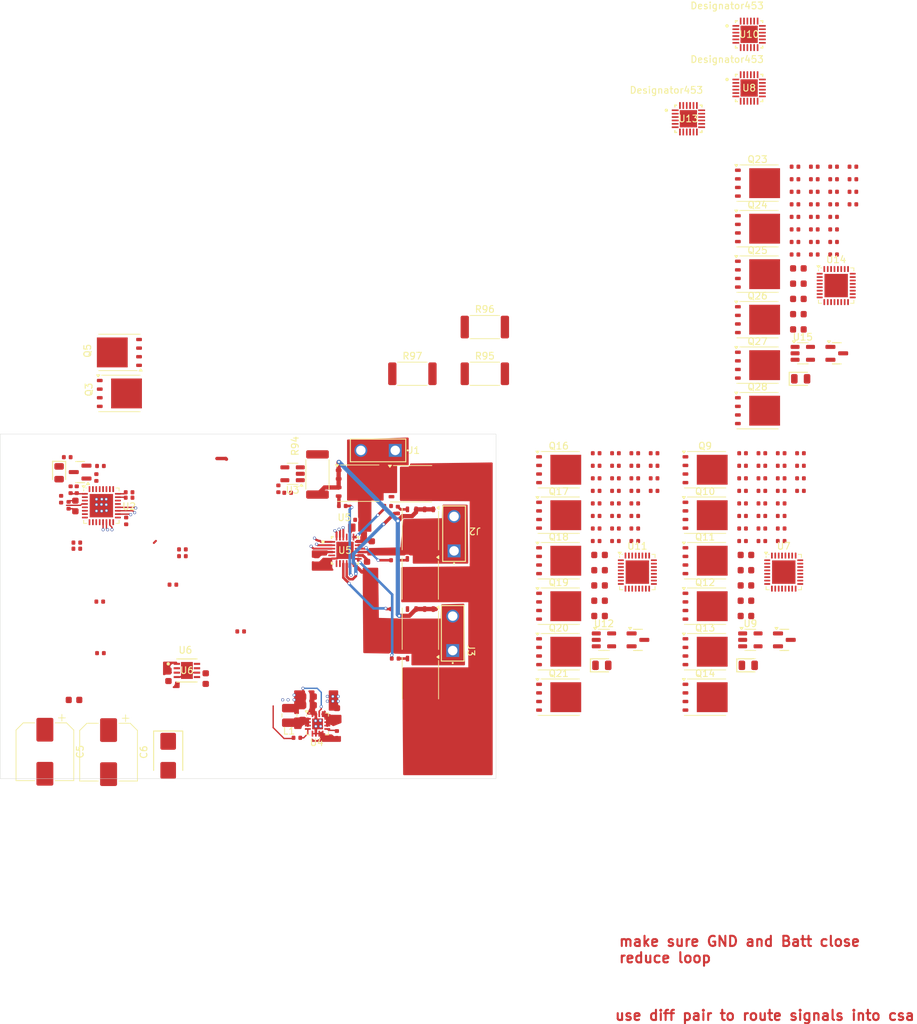
<source format=kicad_pcb>
(kicad_pcb (version 20241229) (generator "pcbnew") (generator_version "9.0")
  (layers (0 "F.Cu" signal) (4 "In1.Cu" signal) (6 "In2.Cu" signal) (2 "B.Cu" signal) (13 "F.Paste" user) (15 "B.Paste" user) (5 "F.SilkS" user "F.Silkscreen") (7 "B.SilkS" user "B.Silkscreen") (1 "F.Mask" user) (3 "B.Mask" user) (25 "Edge.Cuts" user))
  (net 0 "")
  (net 1 "/I_SENSE")
  (net 2 "GND")
  (net 3 "/ESC2.sch/I_SENSE")
  (net 4 "/ESC3.sch1/I_SENSE")
  (net 5 "/ESC4.sch2/I_SENSE")
  (net 6 "+17V")
  (net 7 "+3.3V")
  (net 8 "+12V")
  (net 9 "Net-(U4-SS-TR)")
  (net 10 "Net-(U5-BSTA)")
  (net 11 "/MOTORA")
  (net 12 "Net-(U5-BSTB)")
  (net 13 "/MOTORB")
  (net 14 "Net-(U5-BSTC)")
  (net 15 "/MOTORC")
  (net 16 "/ESC2.sch/MOTORA")
  (net 17 "Net-(U8-BSTA)")
  (net 18 "/ESC2.sch/MOTORB")
  (net 19 "Net-(U8-BSTB)")
  (net 20 "/ESC2.sch/MOTORC")
  (net 21 "Net-(U8-BSTC)")
  (net 22 "/ESC3.sch1/MOTORA")
  (net 23 "Net-(U10-BSTA)")
  (net 24 "Net-(U10-BSTB)")
  (net 25 "/ESC3.sch1/MOTORB")
  (net 26 "/ESC3.sch1/MOTORC")
  (net 27 "Net-(U10-BSTC)")
  (net 28 "/ESC4.sch2/MOTORA")
  (net 29 "Net-(U13-BSTA)")
  (net 30 "Net-(U13-BSTB)")
  (net 31 "/ESC4.sch2/MOTORB")
  (net 32 "/ESC4.sch2/MOTORC")
  (net 33 "Net-(U13-BSTC)")
  (net 34 "Net-(D1-Pad1)")
  (net 35 "Net-(D2-Pad1)")
  (net 36 "Net-(D4-Pad1)")
  (net 37 "Net-(D5-Pad1)")
  (net 38 "-LiPo")
  (net 39 "Net-(U4-SW)")
  (net 40 "Net-(Q1-D)")
  (net 41 "Net-(Q1-G)")
  (net 42 "Net-(Q2-G)")
  (net 43 "Net-(Q2-D)")
  (net 44 "/LOW_COMMON")
  (net 45 "Net-(Q3-G)")
  (net 46 "Net-(Q4-G)")
  (net 47 "Net-(Q5-G)")
  (net 48 "Net-(Q6-G)")
  (net 49 "Net-(Q7-G)")
  (net 50 "Net-(Q8-G)")
  (net 51 "Net-(Q9-G)")
  (net 52 "Net-(Q10-G)")
  (net 53 "/ESC2.sch/LOW_COMMON")
  (net 54 "Net-(Q11-G)")
  (net 55 "Net-(Q12-G)")
  (net 56 "Net-(Q13-G)")
  (net 57 "Net-(Q14-G)")
  (net 58 "Net-(Q15-G)")
  (net 59 "Net-(Q15-D)")
  (net 60 "Net-(Q16-G)")
  (net 61 "/ESC3.sch1/LOW_COMMON")
  (net 62 "Net-(Q17-G)")
  (net 63 "Net-(Q18-G)")
  (net 64 "Net-(Q19-G)")
  (net 65 "Net-(Q20-G)")
  (net 66 "Net-(Q21-G)")
  (net 67 "Net-(Q22-G)")
  (net 68 "Net-(Q22-D)")
  (net 69 "Net-(Q23-G)")
  (net 70 "/ESC4.sch2/LOW_COMMON")
  (net 71 "Net-(Q24-G)")
  (net 72 "Net-(Q25-G)")
  (net 73 "Net-(Q26-G)")
  (net 74 "Net-(Q27-G)")
  (net 75 "Net-(Q28-G)")
  (net 76 "Net-(R2-Pad1)")
  (net 77 "Net-(R6-Pad1)")
  (net 78 "Net-(U4-PG)")
  (net 79 "/SWDIO")
  (net 80 "Net-(U2-PA13)")
  (net 81 "/SWCLK")
  (net 82 "Net-(U2-PA14)")
  (net 83 "Net-(U2-BOOT0)")
  (net 84 "Net-(R11-Pad2)")
  (net 85 "Net-(R12-Pad2)")
  (net 86 "/BEMFA")
  (net 87 "/BEMFCOMMON")
  (net 88 "/GHA")
  (net 89 "/GLA")
  (net 90 "/GHB")
  (net 91 "/GLB")
  (net 92 "/GHC")
  (net 93 "/BEMFB")
  (net 94 "/BEMFC")
  (net 95 "Net-(U7-BOOT0)")
  (net 96 "Net-(R29-Pad2)")
  (net 97 "Net-(R30-Pad2)")
  (net 98 "Net-(U7-PA13)")
  (net 99 "/ESC2.sch/SWDIO")
  (net 100 "/ESC2.sch/SWCLK")
  (net 101 "Net-(U7-PA14)")
  (net 102 "/ESC2.sch/GHA")
  (net 103 "/ESC2.sch/GLA")
  (net 104 "/ESC2.sch/BEMFA")
  (net 105 "/ESC2.sch/BEMFCOMMON")
  (net 106 "/ESC2.sch/GHB")
  (net 107 "/ESC2.sch/GLB")
  (net 108 "/ESC2.sch/BEMFB")
  (net 109 "/ESC2.sch/BEMFC")
  (net 110 "/ESC2.sch/GHC")
  (net 111 "Net-(U11-BOOT0)")
  (net 112 "Net-(R49-Pad2)")
  (net 113 "Net-(R50-Pad2)")
  (net 114 "/ESC3.sch1/SWDIO")
  (net 115 "Net-(U11-PA13)")
  (net 116 "Net-(U11-PA14)")
  (net 117 "/ESC3.sch1/SWCLK")
  (net 118 "/ESC3.sch1/GHA")
  (net 119 "/ESC3.sch1/GLA")
  (net 120 "/ESC3.sch1/BEMFA")
  (net 121 "/ESC3.sch1/BEMFCOMMON")
  (net 122 "/ESC3.sch1/GHB")
  (net 123 "/ESC3.sch1/GLB")
  (net 124 "/ESC3.sch1/BEMFB")
  (net 125 "Net-(R65-Pad1)")
  (net 126 "/ESC3.sch1/BEMFC")
  (net 127 "/ESC3.sch1/GHC")
  (net 128 "Net-(U14-BOOT0)")
  (net 129 "Net-(R72-Pad2)")
  (net 130 "Net-(R73-Pad2)")
  (net 131 "/ESC4.sch2/SWDIO")
  (net 132 "Net-(U14-PA13)")
  (net 133 "Net-(U14-PA14)")
  (net 134 "/ESC4.sch2/SWCLK")
  (net 135 "/ESC4.sch2/GHA")
  (net 136 "/ESC4.sch2/GLA")
  (net 137 "/ESC4.sch2/BEMFCOMMON")
  (net 138 "/ESC4.sch2/BEMFA")
  (net 139 "/ESC4.sch2/GHB")
  (net 140 "/ESC4.sch2/GLB")
  (net 141 "/ESC4.sch2/BEMFB")
  (net 142 "Net-(R88-Pad1)")
  (net 143 "/ESC4.sch2/BEMFC")
  (net 144 "/ESC4.sch2/GHC")
  (net 146 "/INLB")
  (net 147 "/INHC")
  (net 148 "/INHA")
  (net 150 "/SWDR")
  (net 152 "/INHB")
  (net 153 "/UART2_RX")
  (net 154 "/V_SENSE")
  (net 155 "/INLA")
  (net 158 "/INLC")
  (net 163 "/UART2_TX")
  (net 169 "/ESC2.sch/INHC")
  (net 174 "/ESC2.sch/UART2_TX")
  (net 175 "/ESC2.sch/INLB")
  (net 176 "/ESC2.sch/INHA")
  (net 179 "/ESC2.sch/INLC")
  (net 180 "/ESC2.sch/UART2_RX")
  (net 182 "/ESC2.sch/SWDR")
  (net 183 "/ESC2.sch/INLA")
  (net 184 "/ESC2.sch/INHB")
  (net 185 "/ESC3.sch1/INHC")
  (net 186 "/ESC3.sch1/INHB")
  (net 188 "/ESC3.sch1/UART2_RX")
  (net 189 "/ESC3.sch1/SWDR")
  (net 193 "/ESC3.sch1/INHA")
  (net 199 "/ESC3.sch1/INLC")
  (net 200 "/ESC3.sch1/INLA")
  (net 201 "/ESC3.sch1/UART2_TX")
  (net 202 "/ESC3.sch1/INLB")
  (net 206 "/ESC4.sch2/INLC")
  (net 208 "/ESC4.sch2/INLB")
  (net 210 "/ESC4.sch2/INHA")
  (net 212 "/ESC4.sch2/INHC")
  (net 213 "/ESC4.sch2/INHB")
  (net 216 "/ESC4.sch2/INLA")
  (net 219 "/ESC4.sch2/UART2_RX")
  (net 222 "/ESC4.sch2/UART2_TX")
  (net 224 "/ESC4.sch2/SWDR")
  (net 243 "/GLC")
  (net 244 "/ESC2.sch/GLC")
  (net 245 "/ESC3.sch1/GLC")
  (net 246 "/ESC4.sch2/GLC")
  (net 247 "AGND")
  (footprint "Package_TO_SOT_SMD:TDSON-8-1" (layer "F.Cu") (at 144.8525 97.55)
    (property "Reference" "Q9")
    (property "Value" "SIR182DP")
  )
  (footprint "PCM_JLCPCB:R_0402" (layer "F.Cu") (at 163.8225 52.86)
    (property "Reference" "R81" (hide yes))
    (property "Value" "10kΩ" (hide yes))
  )
  (footprint "Package_TO_SOT_SMD:TDSON-8-1" (layer "F.Cu") (at 144.8525 124.39)
    (property "Reference" "Q13")
    (property "Value" "SIR182DP")
  )
  (footprint "PCM_JLCPCB:C_0603" (layer "F.Cu") (at 87.501541 110.920623 90)
    (property "Reference" "C15" (hide yes))
    (property "Value" "10uF")
  )
  (footprint "Package_TO_SOT_SMD:TDSON-8-1" (layer "F.Cu") (at 123.2425 110.97)
    (property "Reference" "Q18")
    (property "Value" "SIR182Dp")
  )
  (footprint "Package_DFN_QFN:TQFN-16-1EP_3x3mm_P0.5mm_EP1.6x1.6mm" (layer "F.Cu") (at 87.65 135.0375)
    (property "Reference" "U4")
    (property "Value" "TPS62153RGTT")
  )
  (footprint "Capacitor_SMD:CP_Elec_8x10" (layer "F.Cu") (at 47.4 139.1425 -90)
    (property "Reference" "C5")
    (property "Value" "100uF")
  )
  (footprint "PCM_JLCPCB:R_0402" (layer "F.Cu") (at 160.9725 56.56)
    (property "Reference" "R75" (hide yes))
    (property "Value" "22Ω" (hide yes))
  )
  (footprint "PCM_JLCPCB:C_0603" (layer "F.Cu") (at 129.2725 110.12)
    (property "Reference" "C33" (hide yes))
    (property "Value" "10uF")
  )
  (footprint "PCM_JLCPCB:C_0603" (layer "F.Cu") (at 94.949903 111.906864 -90)
    (property "Reference" "C25" (hide yes))
    (property "Value" "1uF")
  )
  (footprint "Package_TO_SOT_SMD:TDSON-8-1" (layer "F.Cu") (at 102.82565 121 -90)
    (property "Reference" "Q8" (hide yes))
    (property "Value" "SIR182DP")
  )
  (footprint "PCM_JLCPCB:R_0402" (layer "F.Cu") (at 99.5 103.5 90)
    (property "Reference" "R18" (hide yes))
    (property "Value" "22Ω" (hide yes))
  )
  (footprint "Package_TO_SOT_SMD:TDSON-8-1" (layer "F.Cu") (at 93.66065 99.535)
    (property "Reference" "Q3" (hide yes))
    (property "Value" "SIR182DP")
  )
  (footprint "PCM_JLCPCB:R_0402" (layer "F.Cu") (at 150.3825 106.22)
    (property "Reference" "R4" (hide yes))
    (property "Value" "75Ω" (hide yes))
  )
  (footprint "PCM_JLCPCB:R_0402" (layer "F.Cu") (at 150.3825 108.07)
    (property "Reference" "R6" (hide yes))
    (property "Value" "1kΩ" (hide yes))
  )
  (footprint "PCM_JLCPCB:C_0603" (layer "F.Cu") (at 65.639286 127.934819 -90)
    (property "Reference" "C21" (hide yes))
    (property "Value" "10uF")
  )
  (footprint "PCM_JLCPCB:R_0402" (layer "F.Cu") (at 137.3225 96.97)
    (property "Reference" "R68" (hide yes))
    (property "Value" "22Ω" (hide yes))
  )
  (footprint "PCM_JLCPCB:C_0603" (layer "F.Cu") (at 158.6225 74.61)
    (property "Reference" "C49" (hide yes))
    (property "Value" "1uF")
  )
  (footprint "PCM_JLCPCB:C_0603" (layer "F.Cu") (at 51.7 131.5)
    (property "Reference" "C52" (hide yes))
    (property "Value" "1uF")
  )
  (footprint "PCM_JLCPCB:R_0402" (layer "F.Cu") (at 158.9325 100.67)
    (property "Reference" "R47" (hide yes))
    (property "Value" "10kΩ" (hide yes))
  )
  (footprint "PCM_JLCPCB:C_0402" (layer "F.Cu") (at 90.5 136.5875 90)
    (property "Reference" "C13" (hide yes))
    (property "Value" "3.3nF")
  )
  (footprint "PCM_JLCPCB:R_0402" (layer "F.Cu") (at 76.3 121.4 180)
    (property "Reference" "R24" (hide yes))
    (property "Value" "10kΩ" (hide yes))
  )
  (footprint "PCM_JLCPCB:C_0603" (layer "F.Cu") (at 129.2725 119.12)
    (property "Reference" "C41" (hide yes))
    (property "Value" "1uF")
  )
  (footprint "Resistor_SMD:R_2512_6332Metric" (layer "F.Cu") (at 87.636579 98.250099 90)
    (property "Reference" "R94")
    (property "Value" "3.0m")
  )
  (footprint "PCM_JLCPCB:R_0402" (layer "F.Cu") (at 99 110.9)
    (property "Reference" "R17" (hide yes))
    (property "Value" "22Ω" (hide yes))
  )
  (footprint "Package_DFN_QFN:QFN-32-1EP_5x5mm_P0.5mm_EP3.45x3.45mm" (layer "F.Cu") (at 164.2025 70.39)
    (property "Reference" "U14")
    (property "Value" "STM32F051K8Ux")
  )
  (footprint "PCM_JLCPCB:C_0603" (layer "F.Cu") (at 150.8825 119.12)
    (property "Reference" "C31" (hide yes))
    (property "Value" "1uF")
  )
  (footprint "Capacitor_SMD:CP_Elec_8x10" (layer "F.Cu") (at 56.8 139.2 -90)
    (property "Reference" "C6")
    (property "Value" "100uF")
  )
  (footprint "PCM_JLCPCB:R_0402" (layer "F.Cu") (at 131.6225 106.22)
    (property "Reference" "R56" (hide yes))
    (property "Value" "10kΩ" (hide yes))
  )
  (footprint "PCM_JLCPCB:C_0402" (layer "F.Cu") (at 88.601541 110.420623 -90)
    (property "Reference" "C16" (hide yes))
    (property "Value" "100nF")
  )
  (footprint "Inductor_SMD:L_1008_2520Metric" (layer "F.Cu") (at 83.5 133.7875 90)
    (property "Reference" "L1")
    (property "Value" "L")
  )
  (footprint "PCM_JLCPCB:C_0402" (layer "F.Cu") (at 128.7725 95.12)
    (property "Reference" "C3" (hide yes))
    (property "Value" "100nF")
  )
  (footprint "PCM_JLCPCB:R_0402" (layer "F.Cu") (at 134.4725 100.67)
    (property "Reference" "R62" (hide yes))
    (property "Value" "10kΩ" (hide yes))
  )
  (footprint "PCM_JLCPCB:R_0402" (layer "F.Cu") (at 137.3225 98.82)
    (property "Reference" "R69" (hide yes))
    (property "Value" "22Ω" (hide yes))
  )
  (footprint "PCM_JLCPCB:Q_SOT-23" (layer "F.Cu") (at 164.2925 80.385)
    (property "Reference" "Q22" (hide yes))
    (property "Value" "AO3400A")
  )
  (footprint "Package_TO_SOT_SMD:TDSON-8-1" (layer "F.Cu") (at 58.4 86.3)
    (property "Reference" "Q3")
    (property "Value" "SIR182DP")
  )
  (footprint "DRV:RGE0024B-IPC_A" (layer "F.Cu") (at 91.701541 109.440623)
    (property "Reference" "U5")
    (property "Value" "DRV8300DRGER")
  )
  (footprint "PCM_JLCPCB:R_0402" (layer "F.Cu") (at 55.6 124.6)
    (property "Reference" "R27" (hide yes))
    (property "Value" "10kΩ" (hide yes))
  )
  (footprint "footprints:TRM2_63824-1_TEC" (layer "F.Cu") (at 107.8 109.51935 90)
    (property "Reference" "J2")
    (property "Value" "63824-1")
  )
  (footprint "PCM_JLCPCB:C_0603" (layer "F.Cu") (at 158.6225 70.11)
    (property "Reference" "C47" (hide yes))
    (property "Value" "1uF")
  )
  (footprint "PCM_JLCPCB:R_0402" (layer "F.Cu") (at 50.7 95.7 180)
    (property "Reference" "R3" (hide yes))
    (property "Value" "75Ω" (hide yes))
  )
  (footprint "PCM_JLCPCB:D_0805" (layer "F.Cu") (at 129.6125 126.4)
    (property "Reference" "D4" (hide yes))
    (property "Value" "Red")
  )
  (footprint "PCM_JLCPCB:C_0603" (layer "F.Cu") (at 93.501541 106.140623)
    (property "Reference" "C23" (hide yes))
    (property "Value" "1uF")
  )
  (footprint "PCM_JLCPCB:C_0603" (layer "F.Cu") (at 129.2725 116.87)
    (property "Reference" "C39" (hide yes))
    (property "Value" "1uF")
  )
  (footprint "PCM_JLCPCB:R_0402" (layer "F.Cu") (at 134.4725 106.22)
    (property "Reference" "R65" (hide yes))
    (property "Value" "1kΩ" (hide yes))
  )
  (footprint "PCM_JLCPCB:R_0402" (layer "F.Cu") (at 166.6725 54.71)
    (property "Reference" "R91" (hide yes))
    (property "Value" "22Ω" (hide yes))
  )
  (footprint "PCM_JLCPCB:R_0402" (layer "F.Cu") (at 158.9325 98.82)
    (property "Reference" "R46" (hide yes))
    (property "Value" "22Ω" (hide yes))
  )
  (footprint "PCM_JLCPCB:C_0402" (layer "F.Cu") (at 158.1225 62.11)
    (property "Reference" "C50" (hide yes))
    (property "Value" "10nF")
  )
  (footprint "PCM_JLCPCB:R_0402" (layer "F.Cu") (at 52.114094 109.199155 180)
    (property "Reference" "R23" (hide yes))
    (property "Value" "1kΩ" (hide yes))
  )
  (footprint "Package_TO_SOT_SMD:TDSON-8-1" (layer "F.Cu") (at 144.8525 104.26)
    (property "Reference" "Q10")
    (property "Value" "SIR182DP")
  )
  (footprint "PCM_JLCPCB:R_0402" (layer "F.Cu") (at 166.6725 52.86)
    (property "Reference" "R90" (hide yes))
    (property "Value" "1kΩ" (hide yes))
  )
  (footprint "PCM_JLCPCB:D_0805" (layer "F.Cu") (at 49.5 98 -90)
    (property "Reference" "D1" (hide yes))
    (property "Value" "Red")
  )
  (footprint "PCM_JLCPCB:C_0603" (layer "F.Cu") (at 95.651542 108.889377 -90)
    (property "Reference" "C24" (hide yes))
    (property "Value" "1uF")
  )
  (footprint "PCM_JLCPCB:R_0402" (layer "F.Cu") (at 137.3225 95.12)
    (property "Reference" "R67" (hide yes))
    (property "Value" "1kΩ" (hide yes))
  )
  (footprint "PCM_JLCPCB:R_0402" (layer "F.Cu") (at 49.8 101.9 -90)
    (property "Reference" "R12" (hide yes))
    (property "Value" "10kΩ" (hide yes))
  )
  (footprint "PCM_JLCPCB:R_0402" (layer "F.Cu") (at 153.2325 104.37)
    (property "Reference" "R33" (hide yes))
    (property "Value" "22Ω" (hide yes))
  )
  (footprint "PCM_JLCPCB:C_0402" (layer "F.Cu") (at 158.1225 60.26)
    (property "Reference" "C46" (hide yes))
    (property "Value" "4.7uF")
  )
  (footprint "footprints:TRM2_63824-1_TEC" (layer "F.Cu") (at 99.11935 94.7 180)
    (property "Reference" "J1")
    (property "Value" "63824-1")
  )
  (footprint "PCM_JLCPCB:C_0402" (layer "F.Cu") (at 150.3825 102.52)
    (property "Reference" "C19" (hide yes))
    (property "Value" "10nF")
  )
  (footprint "PCM_JLCPCB:R_0402" (layer "F.Cu") (at 156.0825 102.52)
    (property "Reference" "R40" (hide yes))
    (property "Value" "10kΩ" (hide yes))
  )
  (footprint "PCM_JLCPCB:R_0402" (layer "F.Cu") (at 134.4725 104.37)
    (property "Reference" "R64" (hide yes))
    (property "Value" "10kΩ" (hide yes))
  )
  (footprint "PCM_JLCPCB:R_0402" (layer "F.Cu") (at 67.7 109.3 180)
    (property "Reference" "R13" (hide yes))
    (property "Value" "1kΩ" (hide yes))
  )
  (footprint "PCM_JLCPCB:C_0603" (layer "F.Cu") (at 90.5 133.4875 90)
    (property "Reference" "C11" (hide yes))
    (property "Value" "10uF")
  )
  (footprint "PCM_JLCPCB:C_0603" (layer "F.Cu") (at 150.8825 110.12)
    (property "Reference" "C27" (hide yes))
    (property "Value" "1uF")
  )
  (footprint "PCM_JLCPCB:R_0402" (layer "F.Cu") (at 160.9725 52.86)
    (property "Reference" "R73" (hide yes))
    (property "Value" "10kΩ" (hide yes))
  )
  (footprint "PCM_JLCPCB:R_0402" (layer "F.Cu") (at 158.1225 63.96)
    (property "Reference" "R71" (hide yes))
    (property "Value" "10kΩ" (hide yes))
  )
  (footprint "PCM_JLCPCB:C_0603" (layer "F.Cu") (at 150.8825 112.37)
    (property "Reference" "C28" (hide yes))
    (property "Value" "10uF")
  )
  (footprint "Package_DFN_QFN:QFN-32-1EP_5x5mm_P0.5mm_EP3.45x3.45mm" (layer "F.Cu") (at 55.7375 102.85)
    (property "Reference" "U2")
    (property "Value" "STM32F051K8Ux")
  )
  (footprint "Package_TO_SOT_SMD:SOT-23-5" (layer "F.Cu") (at 129.9225 122.645)
    (property "Reference" "U12")
    (property "Value" "INA180A1")
  )
  (footprint "PCM_JLCPCB:C_0402" (layer "F.Cu") (at 158.1225 56.56)
    (property "Reference" "C44" (hide yes))
    (property "Value" "100nF")
  )
  (footprint "PCM_JLCPCB:C_0402" (layer "F.Cu") (at 128.7725 100.67)
    (property "Reference" "C35" (hide yes))
    (property "Value" "100nF")
  )
  (footprint "PCM_JLCPCB:Q_SOT-23" (layer "F.Cu") (at 52.6 97.9 180)
    (property "Reference" "Q1" (hide yes))
    (property "Value" "AO3400A")
  )
  (footprint "Package_TO_SOT_SMD:TDSON-8-1" (layer "F.Cu") (at 123.2425 117.68)
    (property "Reference" "Q19")
    (property "Value" "SIR182DP")
  )
  (footprint "PCM_JLCPCB:C_0603" (layer "F.Cu") (at 129.2725 112.37)
    (property "Reference" "C37" (hide yes))
    (property "Value" "1uF")
  )
  (footprint "PCM_JLCPCB:C_0402" (layer "F.Cu") (at 150.3825 98.82)
    (property "Reference" "C17" (hide yes))
    (property "Value" "100nF")
  )
  (footprint "PCM_JLCPCB:R_0402" (layer "F.Cu") (at 128.7725 108.07)
    (property "Reference" "R49" (hide yes))
    (property "Value" "10kΩ" (hide yes))
  )
  (footprint "PCM_JLCPCB:C_0402" (layer "F.Cu") (at 150.3825 96.97)
    (property "Reference" "C14" (hide yes))
    (property "Value" "100nF")
  )
  (footprint "PCM_JLCPCB:R_0402" (layer "F.Cu") (at 66.3 114.5)
    (property "Reference" "R25" (hide yes))
    (property "Value" "10kΩ" (hide yes))
  )
  (footprint "PCM_JLCPCB:R_0402" (layer "F.Cu") (at 131.6225 104.37)
    (property "Reference" "R55" (hide yes))
    (property "Value" "22Ω" (hide yes))
  )
  (footprint "PCM_JLCPCB:R_0402" (layer "F.Cu") (at 160.9725 60.26)
    (property "Reference" "R77" (hide yes))
    (property "Value" "22Ω" (hide yes))
  )
  (footprint "PCM_JLCPCB:R_0402" (layer "F.Cu") (at 55 98.7 -90)
    (property "Reference" "R10" (hide yes))
    (property "Value" "10kΩ" (hide yes))
  )
  (footprint "Package_TO_SOT_SMD:TDSON-8-1" (layer "F.Cu") (at 123.2425 104.26)
    (property "Reference" "Q17")
    (property "Value" "SIR182DP")
  )
  (footprint "PCM_JLCPCB:R_0402" (layer "F.Cu") (at 160.9725 62.11)
    (property "Reference" "R78" (hide yes))
    (property "Value" "22Ω" (hide yes))
  )
  (footprint "Package_TO_SOT_SMD:TDSON-8-1" (layer "F.Cu") (at 152.5925 68.71)
    (property "Reference" "Q25")
    (property "Value" "SIR182Dp")
  )
  (footprint "Package_TO_SOT_SMD:TDSON-8-1" (layer "F.Cu") (at 144.8525 117.68)
    (property "Reference" "Q12")
    (property "Value" "SIR182DP")
  )
  (footprint "PCM_JLCPCB:R_0402" (layer "F.Cu") (at 131.6225 108.07)
    (property "Reference" "R57" (hide yes))
    (property "Value" "1kΩ" (hide yes))
  )
  (footprint "Package_TO_SOT_SMD:TDSON-8-1" (layer "F.Cu") (at 152.5925 55.29)
    (property "Reference" "Q23")
    (property "Value" "SIR182DP")
  )
  (footprint "Package_TO_SOT_SMD:TDSON-8-1" (layer "F.Cu") (at 123.2425 124.39)
    (property "Reference" "Q20")
    (property "Value" "SIR182DP")
  )
  (footprint "PCM_JLCPCB:R_0402" (layer "F.Cu") (at 134.4725 98.82)
    (property "Reference" "R61" (hide yes))
    (property "Value" "22Ω" (hide yes))
  )
  (footprint "PCM_JLCPCB:R_0402" (layer "F.Cu") (at 153.2325 102.52)
    (property "Reference" "R32" (hide yes))
    (property "Value" "22Ω" (hide yes))
  )
  (footprint "PCM_JLCPCB:C_0603" (layer "F.Cu") (at 71.139286 128.354819 90)
    (property "Reference" "C20" (hide yes))
    (property "Value" "1uF")
  )
  (footprint "PCM_JLCPCB:R_0402" (layer "F.Cu") (at 67.7 110.3)
    (property "Reference" "R14" (hide yes))
    (property "Value" "10kΩ" (hide yes))
  )
  (footprint "PCM_JLCPCB:C_0402" (layer "F.Cu") (at 51.2 100.5 90)
    (property "Reference" "C9" (hide yes))
    (property "Value" "100nF")
  )
  (footprint "PCM_JLCPCB:R_0402" (layer "F.Cu") (at 160.9725 63.96)
    (property "Reference" "R79" (hide yes))
    (property "Value" "10kΩ" (hide yes))
  )
  (footprint "PCM_JLCPCB:Q_SOT-23" (layer "F.Cu") (at 156.5525 122.645)
    (property "Reference" "Q2" (hide yes))
    (property "Value" "AO3400A")
  )
  (footprint "PCM_JLCPCB:C_0603" (layer "F.Cu") (at 150.8825 116.87)
    (property "Reference" "C30" (hide yes))
    (property "Value" "1uF")
  )
  (footprint "Package_TO_SOT_SMD:TDSON-8-1" (layer "F.Cu") (at 144.8525 110.97)
    (property "Reference" "Q11")
    (property "Value" "SIR182Dp")
  )
  (footprint "TLV:DRB0008J-IPC_A" (layer "F.Cu") (at 68.364287 127.154819)
    (property "Reference" "U6")
    (property "Value" "TLV76601QWDRBRQ1")
  )
  (footprint "Package_TO_SOT_SMD:TDSON-8-1" (layer "F.Cu") (at 101.46065 99.62)
    (property "Reference" "Q5" (hide yes))
    (property "Value" "SIR182DP")
  )
  (footprint "PCM_JLCPCB:R_0402" (layer "F.Cu") (at 59.830006 101.676129)
    (property "Reference" "R8" (hide yes))
    (property "Value" "22Ω" (hide yes))
  )
  (footprint "PCM_JLCPCB:D_SMB" (layer "F.Cu") (at 65.6 139.75 -90)
    (property "Reference" "D8" (hide yes))
    (property "Value" "SMBJ18A")
  )
  (footprint "PCM_JLCPCB:C_0402" (layer "F.Cu") (at 158.1225 54.71)
    (property "Reference" "C42" (hide yes))
    (property "Value" "100nF")
  )
  (footprint "PCM_JLCPCB:C_0603" (layer "F.Cu") (at 129.2725 114.62)
    (property "Reference" "C38" (hide yes))
    (property "Value" "1uF")
  )
  (footprint "Package_TO_SOT_SMD:TDSON-8-1" (layer "F.Cu") (at 58.4 80.25 180)
    (property "Reference" "Q5")
    (property "Value" "SIR182DP")
  )
  (footprint "PCM_JLCPCB:R_0402" (layer "F.Cu") (at 166.6725 56.56)
    (property "Reference" "R92" (hide yes))
    (property "Value" "22Ω" (hide yes))
  )
  (footprint "PCM_JLCPCB:R_0402" (layer "F.Cu") (at 55.5 117 180)
    (property "Reference" "R26" (hide yes))
    (property "Value" "1kΩ" (hide yes))
  )
  (footprint "PCM_JLCPCB:R_0402" (layer "F.Cu") (at 163.8225 63.96)
    (property "Reference" "R88" (hide yes))
    (property "Value" "1kΩ" (hide yes))
  )
  (footprint "PCM_JLCPCB:R_0402" (layer "F.Cu") (at 131.6225 96.97)
    (property "Reference" "R51" (hide yes))
    (property "Value" "75Ω" (hide yes))
  )
  (footprint "PCM_JLCPCB:R_0402" (layer "F.Cu") (at 163.8225 65.81)
    (property "Reference" "R89" (hide yes))
    (property "Value" "10kΩ" (hide yes))
  )
  (footprint "PCM_JLCPCB:C_0603" (layer "F.Cu") (at 86.32 131.015127 180)
    (property "Reference" "C53" (hide yes))
    (property "Value" "10uF")
  )
  (footprint "PCM_JLCPCB:R_0402" (layer "F.Cu") (at 59.830006 100.876129)
    (property "Reference" "R9" (hide yes))
    (property "Value" "22Ω" (hide yes))
  )
  (footprint "Package_TO_SOT_SMD:TDSON-8-1" (layer "F.Cu") (at 152.5925 75.42)
    (property "Reference" "Q26")
    (property "Value" "SIR182DP")
  )
  (footprint "PCM_JLCPCB:R_0402" (layer "F.Cu") (at 163.8225 58.41)
    (property "Reference" "R85" (hide yes))
    (property "Value" "10kΩ" (hide yes))
  )
  (footprint "PCM_JLCPCB:R_0402" (layer "F.Cu") (at 163.8225 54.71)
    (property "Reference" "R83" (hide yes))
    (property "Value" "22Ω" (hide yes))
  )
  (footprint "PCM_JLCPCB:R_0402" (layer "F.Cu") (at 158.9325 96.97)
    (property "Reference" "R45" (hide yes))
    (property "Value" "22Ω" (hide yes))
  )
  (footprint "PCM_JLCPCB:R_0402" (layer "F.Cu") (at 166.6725 58.41)
    (property "Reference" "R93" (hide yes))
    (property "Value" "10kΩ" (hide yes))
  )
  (footprint "PCM_JLCPCB:R_0402" (layer "F.Cu") (at 131.6225 100.67)
    (property "Reference" "R53" (hide yes))
    (property "Value" "22Ω" (hide yes))
  )
  (footprint "PCM_JLCPCB:C_0402" (layer "F.Cu") (at 158.1225 52.86)
    (property "Reference" "C4" (hide yes))
    (property "Value" "100nF")
  )
  (footprint "PCM_JLCPCB:R_0402" (layer "F.Cu") (at 81.8675 100.365 -90)
    (property "Reference" "R2" (hide yes))
    (property "Value" "1kΩ" (hide yes))
  )
  (footprint "PCM_JLCPCB:R_0402" (layer "F.Cu") (at 153.2325 98.82)
    (property "Reference" "R30" (hide yes))
    (property "Value" "10kΩ" (hide yes))
  )
  (footprint "Resistor_SMD:R_2512_6332Metric" (layer "F.Cu") (at 112.3375 83.4)
    (property "Reference" "R95")
    (property "Value" "3.0m")
  )
  (footprint "Package_TO_SOT_SMD:TDSON-8-1" (layer "F.Cu") (at 152.5925 82.13)
    (property "Reference" "Q27")
    (property "Value" "SIR182DP")
  )
  (footprint "Package_TO_SOT_SMD:SOT-23-5" (layer "F.Cu") (at 83.9625 98.15 180)
    (property "Reference" "U3")
    (property "Value" "INA180A1")
  )
  (footprint "PCM_JLCPCB:C_0603" (layer "F.Cu") (at 158.6225 72.36)
    (property "Reference" "C48" (hide yes))
    (property "Value" "1uF")
  )
  (footprint "PCM_JLCPCB:C_0402" (layer "F.Cu") (at 150.3825 95.12)
    (property "Reference" "C2" (hide yes))
    (property "Value" "100nF")
  )
  (footprint "DRV:RGE0024B-IPC_A" (layer "F.Cu") (at 142.388754 45.79)
    (property "Reference" "U13")
    (property "Value" "DRV8300DRGER")
  )
  (footprint "PCM_JLCPCB:R_0402" (layer "F.Cu") (at 153.2325 108.07)
    (property "Reference" "R35" (hide yes))
    (property "Value" "10kΩ" (hide yes))
  )
  (footprint "PCM_JLCPCB:C_0402" (layer "F.Cu") (at 52.1 100.5 90)
    (property "Reference" "C7" (hide yes))
    (property "Value" "100nF")
  )
  (footprint "PCM_JLCPCB:R_0402" (layer "F.Cu") (at 153.2325 106.22)
    (property "Reference" "R34" (hide yes))
    (property "Value" "22Ω" (hide yes))
  )
  (footprint "PCM_JLCPCB:R_0402" (layer "F.Cu") (at 163.8225 60.26)
    (property "Reference" "R86" (hide yes))
    (property "Value" "1kΩ" (hide yes))
  )
  (footprint "PCM_JLCPCB:C_0402" (layer "F.Cu") (at 150.3825 100.67)
    (property "Reference" "C18" (hide yes))
    (property "Value" "4.7uF")
  )
  (footprint "PCM_JLCPCB:R_0402" (layer "F.Cu") (at 134.4725 96.97)
    (property "Reference" "R60" (hide yes))
    (property "Value" "22Ω" (hide yes))
  )
  (footprint "PCM_JLCPCB:C_0402" (layer "F.Cu") (at 128.7725 96.97)
    (property "Reference" "C32" (hide yes))
    (property "Value" "100nF")
  )
  (footprint "PCM_JLCPCB:R_0402" (layer "F.Cu") (at 156.0825 100.67)
    (property "Reference" "R39" (hide yes))
    (property "Value" "22Ω" (hide yes))
  )
  (footprint "Package_TO_SOT_SMD:TDSON-8-1" (layer "F.Cu") (at 152.5925 88.84)
    (property "Reference" "Q28")
    (property "Value" "SIR182DP")
  )
  (footprint "PCM_JLCPCB:R_0402" (layer "F.Cu") (at 93.700027 104.942137)
    (property "Reference" "R21" (hide yes))
    (property "Value" "10kΩ" (hide yes))
  )
  (footprint "PCM_JLCPCB:R_0402" (layer "F.Cu") (at 98 102.9)
    (property "Reference" "R15" (hide yes))
    (property "Value" "22Ω" (hide yes))
  )
  (footprint "Package_TO_SOT_SMD:TDSON-8-1" (layer "F.Cu") (at 144.8525 131.1)
    (property "Reference" "Q14")
    (property "Value" "SIR182DP")
  )
  (footprint "PCM_JLCPCB:C_0402" (layer "F.Cu") (at 128.7725 104.37)
    (property "Reference" "C40" (hide yes))
    (property "Value" "10nF")
  )
  (footprint "PCM_JLCPCB:R_0402" (layer "F.Cu") (at 153.2325 100.67)
    (property "Reference" "R31" (hide yes))
    (property "Value" "22Ω" (hide yes))
  )
  (footprint "PCM_JLCPCB:R_0402" (layer "F.Cu") (at 156.0825 98.82)
    (property "Reference" "R38" (hide yes))
    (property "Value" "22Ω" (hide yes))
  )
  (footprint "Resistor_SMD:R_2512_6332Metric" (layer "F.Cu") (at 112.3375 76.51)
    (property "Reference" "R96")
    (property "Value" "3.0m")
  )
  (footprint "PCM_JLCPCB:R_0402" (layer "F.Cu") (at 52.114094 108.299155)
    (property "Reference" "R22" (hide yes))
    (property "Value" "10kΩ" (hide yes))
  )
  (footprint "PCM_JLCPCB:R_0402" (layer "F.Cu") (at 128.7725 106.22)
    (property "Reference" "R48" (hide yes))
    (property "Value" "10kΩ" (hide yes))
  )
  (footprint "PCM_JLCPCB:R_0402" (layer "F.Cu") (at 160.9725 58.41)
    (property "Reference" "R76" (hide yes))
    (property "Value" "22Ω" (hide yes))
  )
  (footprint "PCM_JLCPCB:C_0603" (layer "F.Cu") (at 51.9 102.9 90)
    (property "Reference" "C26" (hide yes))
    (property "Value" "1uF")
  )
  (footprint "PCM_JLCPCB:Q_SOT-23" (layer "F.Cu") (at 134.9425 122.645)
    (property "Reference" "Q15" (hide yes))
    (property "Value" "AO3400A")
  )
  (footprint "PCM_JLCPCB:R_0402" (layer "F.Cu") (at 55.6 97)
    (property "Reference" "R11" (hide yes))
    (property "Value" "10kΩ" (hide yes))
  )
  (footprint "PCM_JLCPCB:R_0402" (layer "F.Cu") (at 84.6 137.0875 180)
    (property "Reference" "R7" (hide yes))
    (property "Value" "100kΩ" (hide yes))
  )
  (footprint "footprints:TRM2_63824-1_TEC" (layer "F.Cu") (at 107.6 124.21935 90)
    (property "Reference" "J3")
    (property "Value" "63824-1")
  )
  (footprint "PCM_JLCPCB:C_0603" (layer "F.Cu") (at 158.6225 67.86)
    (property "Reference" "C43" (hide yes))
    (property "Value" "10uF")
  )
  (footprint "PCM_JLCPCB:R_0402" (layer "F.Cu") (at 156.0825 95.12)
    (property "Reference" "R36" (hide yes))
    (property "Value" "1kΩ" (hide yes))
  )
  (footprint "PCM_JLCPCB:R_0402" (layer "F.Cu") (at 134.4725 102.52)
    (property "Reference" "R63" (hide yes))
    (property "Value" "1kΩ" (hide yes))
  )
  (footprint "PCM_JLCPCB:D_0805" (layer "F.Cu") (at 151.2225 126.4)
    (property "Reference" "D2" (hide yes))
    (property "Value" "Red")
  )
  (footprint "Package_DFN_QFN:QFN-32-1EP_5x5mm_P0.5mm_EP3.45x3.45mm" (layer "F.Cu") (at 156.4625 112.65)
    (property "Reference" "U7")
    (property "Value" "STM32F051K8Ux")
  )
  (footprint "PCM_JLCPCB:C_0603" (layer "F.Cu") (at 86.32 132.2875 180)
    (property "Reference" "C54" (hide yes))
    (property "Value" "10uF")
  )
  (footprint "Package_TO_SOT_SMD:TDSON-8-1" (layer "F.Cu") (at 123.2425 97.55)
    (property "Reference" "Q16")
    (property "Value" "SIR182DP")
  )
  (footprint "PCM_JLCPCB:D_0805" (layer "F.Cu") (at 158.9625 84.14)
    (property "Reference" "D5" (hide yes))
    (property "Value" "Red")
  )
  (footprint "PCM_JLCPCB:C_0603" (layer "F.Cu") (at 150.8825 114.62)
    (property "Reference" "C29" (hide yes))
    (property "Value" "1uF")
  )
  (footprint "PCM_JLCPCB:R_0402" (layer "F.Cu") (at 131.6225 95.12)
    (property "Reference" "R50" (hide yes))
    (property "Value" "10kΩ" (hide yes))
  )
  (footprint "Package_TO_SOT_SMD:TDSON-8-1" (layer "F.Cu") (at 102.805 113.6 -90)
    (property "Reference" "Q6" (hide yes))
    (property "Value" "SIR182Dp")
  )
  (footprint "PCM_JLCPCB:C_0402" (layer "F.Cu") (at 158.1225 58.41)
    (property "Reference" "C45" (hide yes))
    (property "Value" "100nF")
  )
  (footprint "DRV:RGE0024B-IPC_A" (layer "F.Cu") (at 151.348754 33.34)
    (property "Reference" "U10")
    (property "Value" "DRV8300DRGER")
  )
  (footprint "PCM_JLCPCB:C_0402" (layer "F.Cu") (at 150.3825 104.37)
    (property "Reference" "C22" (hide yes))
    (property "Value" "100nF")
  )
  (footprint "PCM_JLCPCB:R_0402" (layer "F.Cu") (at 131.6225 98.82)
    (property "Reference" "R52" (hide yes))
    (property "Value" "22Ω" (hide yes))
  )
  (footprint "PCM_JLCPCB:R_0402" (layer "F.Cu") (at 163.8225 62.11)
    (property "Reference" "R87" (hide yes))
    (property "Value" "10kΩ" (hide yes))
  )
  (footprint "Package_TO_SOT_SMD:SOT-23-5" (layer "F.Cu") (at 159.2725 80.385)
    (property "Reference" "U15")
    (property "Value" "INA180A1")
  )
  (footprint "Package_DFN_QFN:QFN-32-1EP_5x5mm_P0.5mm_EP3.45x3.45mm" (layer "F.Cu") (at 134.8525 112.65)
    (property "Reference" "U11")
    (property "Value" "STM32F051K8Ux")
  )
  (footprint "PCM_JLCPCB:R_0402" (layer "F.Cu") (at 99.1 125.4)
    (property "Reference" "R19" (hide yes))
    (property "Value" "22Ω" (hide yes))
  )
  (footprint "PCM_JLCPCB:R_0402" (layer "F.Cu") (at 156.0825 106.22)
    (property "Reference" "R42" (hide yes))
    (property "Value" "10kΩ" (hide yes))
  )
  (footprint "PCM_JLCPCB:C_0402" (layer "F.Cu") (at 50.9 102.8 90)
    (property "Reference" "C12" (hide yes))
    (property "Value" "10nF")
  )
  (footprint "PCM_JLCPCB:R_0402" (layer "F.Cu") (at 137.3225 100.67)
    (property "Reference" "R70" (hide yes))
    (property "Value" "10kΩ" (hide yes))
  )
  (footprint "PCM_JLCPCB:R_0402" (layer "F.Cu") (at 156.0825 108.07)
    (property "Reference" "R43" (hide yes))
    (property "Value" "10kΩ" (hide yes))
  )
  (footprint "DRV:RGE0024B-IPC_A" (layer "F.Cu") (at 151.348754 41.25)
    (property "Reference" "U8")
    (property "Value" "DRV8300DRGER")
  )
  (footprint "PCM_JLCPCB:C_0402" (layer "F.Cu") (at 59.4 105.1 -90)
    (property "Reference" "C10" (hide yes))
    (property "Value" "4.7uF")
  )
  (footprint "Package_TO_SOT_SMD:TDSON-8-1" (layer "F.Cu") (at 152.5925 62)
    (property "Reference" "Q24")
    (property "Value" "SIR182DP")
  )
  (footprint "PCM_JLCPCB:R_0402" (layer "F.Cu") (at 153.2325 96.97)
    (property "Reference" "R29" (hide yes))
    (property "Value" "10kΩ" (hide yes))
  )
  (footprint "PCM_JLCPCB:R_0402" (layer "F.Cu") (at 160.9725 65.81)
    (property "Reference" "R80" (hide yes))
    (property "Value" "1kΩ" (hide yes))
  )
  (footprint "PCM_JLCPCB:R_0402" (layer "F.Cu") (at 158.1225 65.81)
    (property "Reference" "R72" (hide yes))
    (property "Value" "10kΩ" (hide yes))
  )
  (footprint "PCM_JLCPCB:R_0402" (layer "F.Cu") (at 131.6225 102.52)
    (property "Reference" "R54" (hide yes))
    (property "Value" "22Ω" (hide yes))
  )
  (footprint "PCM_JLCPCB:R_0402" (layer "F.Cu") (at 156.0825 96.97)
    (property "Reference" "R37" (hide yes))
    (property "Value" "10kΩ" (hide yes))
  )
  (footprint "PCM_JLCPCB:R_0402" (layer "F.Cu") (at 158.9325 95.12)
    (property "Reference" "R44" (hide yes))
    (property "Value" "1kΩ" (hide yes))
  )
  (footprint "PCM_JLCPCB:C_0402" (layer "F.Cu") (at 128.7725 98.82)
    (property "Reference" "C34" (hide yes))
    (property "Value" "100nF")
  )
  (footprint "PCM_JLCPCB:R_0402" (layer "F.Cu") (at 156.0825 104.37)
    (property "Reference" "R41" (hide yes))
    (property "Value" "1kΩ" (hide yes))
  )
  (footprint "PCM_JLCPCB:R_0402" (layer "F.Cu") (at 160.9725 54.71)
    (property "Reference" "R74" (hide yes))
    (property "Value" "75Ω" (hide yes))
  )
  (footprint "Package_TO_SOT_SMD:TDSON-8-1" (layer "F.Cu") (at 102.82565 128.3 -90)
    (property "Reference" "Q7" (hide yes))
    (property "Value" "SIR182DP")
  )
  (footprint "PCM_JLCPCB:C_0402" (layer "F.Cu") (at 83.236579 100.950099)
    (property "Reference" "C1" (hide yes))
    (property "Value" "100nF")
  )
  (footprint "PCM_JLCPCB:R_0402" (layer "F.Cu") (at 153.2325 95.12)
    (property "Reference" "R28" (hide yes))
    (property "Value" "10kΩ" (hide yes))
  )
  (footprint "PCM_JLCPCB:C_0402" (layer "F.Cu") (at 128.7725 102.52)
    (property "Reference" "C36" (hide yes))
    (property "Value" "4.7uF")
  )
  (footprint "PCM_JLCPCB:R_0402" (layer "F.Cu") (at 134.4725 108.07)
    (property "Reference" "R66" (hide yes))
    (property "Value" "10kΩ" (hide yes))
  )
  (footprint "PCM_JLCPCB:R_0402" (layer "F.Cu") (at 91.3 102.9 180)
    (property "Reference" "R16" (hide yes))
    (property "Value" "22Ω" (hide yes))
  )
  (footprint "Package_TO_SOT_SMD:TDSON-8-1" (layer "F.Cu") (at 123.2425 131.1)
    (property "Reference" "Q21")
    (property "Value" "SIR182DP")
  )
  (footprint "PCM_JLCPCB:R_0402" (layer "F.Cu") (at 99 118.1)
    (property "Reference" "R20" (hide yes))
    (property "Value" "22Ω" (hide yes))
  )
  (footprint "Package_TO_SOT_SMD:TDSON-8-1" (layer "F.Cu") (at 102.82565 106.3 -90)
    (property "Reference" "Q4" (hide yes))
    (property "Value" "SIR182DP")
  )
  (footprint "PCM_JLCPCB:C_0603" (layer "F.Cu") (at 158.6225 76.86)
    (property "Reference" "C51" (hide yes))
    (property "Value" "1uF")
  )
  (footprint "Package_TO_SOT_SMD:SOT-23-5" (layer "F.Cu") (at 151.5325 122.645)
    (property "Reference" "U9")
    (property "Value" "INA180A1")
  )
  (footprint "Resistor_SMD:R_2512_6332Metric" (layer "F.Cu") (at 101.6475 83.4)
    (property "Reference" "R97")
    (property "Value" "3.0m")
  )
  (footprint "PCM_JLCPCB:R_0402" (layer "F.Cu") (at 163.8225 56.56)
    (property "Reference" "R84" (hide yes))
    (property "Value" "22Ω" (hide yes))
  )
  (footprint "PCM_JLCPCB:R_0402" (layer "F.Cu") (at 134.4725 95.12)
    (property "Reference" "R58" (hide yes))
    (property "Value" "10kΩ" (hide yes))
  )
  (gr_rect (start 40.8 92.3) (end 114 143.1) (stroke (width 0.05)) (fill no) (layer "Edge.Cuts"))
  (gr_text "use diff pair to route signals into csa" (at 131.4 178.9 0) (layer "F.Cu") (effects (font (size 1.5 1.5) (thickness 0.3) (bold yes)) (justify left bottom)))
  (gr_text "make sure GND and Batt close\nreduce loop" (at 132 170.4 0) (layer "F.Cu") (effects (font (size 1.5 1.5) (thickness 0.3) (bold yes)) (justify left bottom)))
  (segment (start 87.4 135.2875) (end 87.65 135.0375) (width 0.4) (layer "F.Cu") (net 2))
  (segment (start 87.4 133.6) (end 87.4 134.186501) (width 0.4) (layer "F.Cu") (net 2))
  (segment (start 87.4 134.7875) (end 87.65 135.0375) (width 0.4) (layer "F.Cu") (net 2))
  (segment (start 87.1 133.3) (end 87.4 133.6) (width 0.4) (layer "F.Cu") (net 2))
  (segment (start 89.750295 110.690623) (end 89.797267 110.643651) (width 0.3048) (layer "F.Cu") (net 2))
  (segment (start 67.389288 128.129818) (end 66.873754 128.129818) (width 0.2) (layer "F.Cu") (net 2))
  (segment (start 88.511541 110.690623) (end 87.501541 111.700623) (width 0.3048) (layer "F.Cu") (net 2))
  (segment (start 90.498513 110.643651) (end 91.701541 109.440623) (width 0.3048) (layer "F.Cu") (net 2))
  (segment (start 51.9 102.12) (end 51.08 102.12) (width 0.2) (layer "F.Cu") (net 2))
  (segment (start 87.4 135.3875) (end 87.4 135.2875) (width 0.4) (layer "F.Cu") (net 2))
  (segment (start 88.4 136.475) (end 86.9 136.475) (width 0.2) (layer "F.Cu") (net 2))
  (segment (start 87.4 134.186501) (end 87.398014 134.188487) (width 0.4) (layer "F.Cu") (net 2))
  (segment (start 87.398014 134.188487) (end 87.4 134.190473) (width 0.4) (layer "F.Cu") (net 2))
  (segment (start 68.364287 127.154819) (end 67.389288 128.129818) (width 0.2) (layer "F.Cu") (net 2))
  (segment (start 51.08 102.12) (end 50.9 102.3) (width 0.2) (layer "F.Cu") (net 2))
  (segment (start 89.750295 110.690623) (end 88.511541 110.690623) (width 0.3048) (layer "F.Cu") (net 2))
  (segment (start 87.4 136.475) (end 87.4 135.3875) (width 0.4) (layer "F.Cu") (net 2))
  (segment (start 68.689288 127.47982) (end 69.85482 127.47982) (width 0.2) (layer "F.Cu") (net 2))
  (segment (start 87.4 134.190473) (end 87.4 134.7875) (width 0.4) (layer "F.Cu") (net 2))
  (segment (start 86.9 133.6) (end 87.4 133.6) (width 0.4) (layer "F.Cu") (net 2))
  (segment (start 87.1 132.2875) (end 87.1 133.3) (width 0.4) (layer "F.Cu") (net 2))
  (segment (start 68.364287 127.154819) (end 68.689288 127.47982) (width 0.2) (layer "F.Cu") (net 2))
  (segment (start 89.797267 110.643651) (end 90.498513 110.643651) (width 0.3048) (layer "F.Cu") (net 2))
  (via (at 89.1 130.9875) (size 0.45) (drill 0.3) (layers "F.Cu" "B.Cu") (net 2))
  (via (at 55.014094 103.633837) (size 0.45) (drill 0.3) (layers "F.Cu" "B.Cu") (net 2))
  (via (at 87.357559 134.571297) (size 0.45) (drill 0.3) (layers "F.Cu" "B.Cu") (net 2))
  (via (at 87.4 135.3875) (size 0.45) (drill 0.3) (layers "F.Cu" "B.Cu") (net 2))
  (via (at 55.781013 103.649815) (size 0.45) (drill 0.3) (layers "F.Cu" "B.Cu") (net 2))
  (via (at 90.7 130.9875) (size 0.45) (drill 0.3) (layers "F.Cu" "B.Cu") (net 2))
  (via (at 90.7 131.6875) (size 0.45) (drill 0.3) (layers "F.Cu" "B.Cu") (net 2))
  (via (at 89.9 131.6875) (size 0.45) (drill 0.3) (layers "F.Cu" "B.Cu") (net 2))
  (via (at 56.460056 102.707144) (size 0.45) (drill 0.3) (layers "F.Cu" "B.Cu") (net 2))
  (via (at 89.1 131.6875) (size 0.45) (drill 0.3) (layers "F.Cu" "B.Cu") (net 2))
  (via (at 55.014094 101.900281) (size 0.45) (drill 0.3) (layers "F.Cu" "B.Cu") (net 2))
  (via (at 55.804979 101.892292) (size 0.45) (drill 0.3) (layers "F.Cu" "B.Cu") (net 2))
  (via (at 55.749058 102.675189) (size 0.45) (drill 0.3) (layers "F.Cu" "B.Cu") (net 2))
  (via (at 56.492011 103.585905) (size 0.45) (drill 0.3) (layers "F.Cu" "B.Cu") (net 2))
  (via (at 55.014094 102.699155) (size 0.45) (drill 0.3) (layers "F.Cu" "B.Cu") (net 2))
  (via (at 56.452067 101.892292) (size 0.45) (drill 0.3) (layers "F.Cu" "B.Cu") (net 2))
  (via (at 89.9 130.9875) (size 0.45) (drill 0.3) (layers "F.Cu" "B.Cu") (net 2))
  (via (at 88.107932 135.396176) (size 0.45) (drill 0.3) (layers "F.Cu" "B.Cu") (net 2))
  (via (at 88.061185 134.546266) (size 0.45) (drill 0.3) (layers "F.Cu" "B.Cu") (net 2))
  (segment (start 85.5 129.7875) (end 85.5 130.884248) (width 0.2) (layer "F.Cu") (net 7))
  (segment (start 88.2 132.4875) (end 88.2 132.846702) (width 0.2) (layer "F.Cu") (net 7))
  (segment (start 81.1 135.5875) (end 81.1 132.3875) (width 0.2) (layer "F.Cu") (net 7))
  (segment (start 85.5 130.884248) (end 85.531283 130.915531) (width 0.2) (layer "F.Cu") (net 7))
  (segment (start 87.9 133.146702) (end 87.9 133.6) (width 0.2) (layer "F.Cu") (net 7))
  (segment (start 84 137.1875) (end 82.7 137.1875) (width 0.2) (layer "F.Cu") (net 7))
  (segment (start 51.2 101) (end 51.3 101) (width 0.2) (layer "F.Cu") (net 7))
  (segment (start 51.52 103.3) (end 51.9 103.68) (width 0.2) (layer "F.Cu") (net 7))
  (segment (start 51.4 101.1) (end 53.3 101.1) (width 0.2) (layer "F.Cu") (net 7))
  (segment (start 50.9 103.3) (end 51.52 103.3) (width 0.2) (layer "F.Cu") (net 7))
  (segment (start 88.2 132.846702) (end 87.9 133.146702) (width 0.2) (layer "F.Cu") (net 7))
  (segment (start 51.3 101) (end 51.4 101.1) (width 0.2) (layer "F.Cu") (net 7))
  (segment (start 82.7 137.1875) (end 81.1 135.5875) (width 0.2) (layer "F.Cu") (net 7))
  (segment (start 85.543566 130.928604) (end 85.543566 132.211161) (width 0.2) (layer "F.Cu") (net 7))
  (via (at 88.2 132.4875) (size 0.45) (drill 0.3) (layers "F.Cu" "B.Cu") (net 7))
  (via (at 85.5 129.7875) (size 0.45) (drill 0.3) (layers "F.Cu" "B.Cu") (net 7))
  (via (at 83.3 131.4875) (size 0.45) (drill 0.3) (layers "F.Cu" "B.Cu") (net 7))
  (via (at 82.5 131.4875) (size 0.45) (drill 0.3) (layers "F.Cu" "B.Cu") (net 7))
  (via (at 84.2 130.7875) (size 0.45) (drill 0.3) (layers "F.Cu" "B.Cu") (net 7))
  (via (at 84.2 131.4875) (size 0.45) (drill 0.3) (layers "F.Cu" "B.Cu") (net 7))
  (segment (start 88.2 130.3875) (end 88.2 132.4875) (width 0.2) (layer "B.Cu") (net 7))
  (segment (start 85.5 129.7875) (end 87.6 129.7875) (width 0.2) (layer "B.Cu") (net 7))
  (segment (start 87.6 129.7875) (end 88.2 130.3875) (width 0.2) (layer "B.Cu") (net 7))
  (segment (start 88.4 133.6) (end 89.0875 134.2875) (width 0.4) (layer "F.Cu") (net 8))
  (segment (start 89.0875 135.2875) (end 89.0875 134.2875) (width 0.4) (layer "F.Cu") (net 8))
  (segment (start 89.2875 135.9875) (end 90.5 135.9875) (width 0.2) (layer "F.Cu") (net 9))
  (segment (start 89.0875 135.7875) (end 89.2875 135.9875) (width 0.2) (layer "F.Cu") (net 9))
  (segment (start 94.890622 108.109377) (end 95.651542 108.109377) (width 0.381) (layer "F.Cu") (net 12))
  (segment (start 94.309377 108.690622) (end 94.890622 108.109377) (width 0.381) (layer "F.Cu") (net 12))
  (segment (start 93.652787 108.690622) (end 94.309377 108.690622) (width 0.381) (layer "F.Cu") (net 12))
  (segment (start 93.652787 109.690623) (end 95.630296 109.690623) (width 0.381) (layer "F.Cu") (net 13))
  (segment (start 95.630296 109.690623) (end 95.651542 109.669377) (width 0.381) (layer "F.Cu") (net 13))
  (segment (start 93.652787 110.190624) (end 94.331542 110.190624) (width 0.4318) (layer "F.Cu") (net 14))
  (segment (start 94.331542 110.190624) (end 95.101541 110.960623) (width 0.4318) (layer "F.Cu") (net 14))
  (segment (start 94.181809 112.622137) (end 92.951541 111.391869) (width 0.508) (layer "F.Cu") (net 15))
  (segment (start 95.100027 112.622137) (end 94.181809 112.622137) (width 0.508) (layer "F.Cu") (net 15))
  (segment (start 86.2125 135.2875) (end 86.2125 134.2875) (width 0.4) (layer "F.Cu") (net 39))
  (segment (start 90.76065 96.43935) (end 90.8 96.4) (width 0.635) (layer "F.Cu") (net 44))
  (segment (start 99.5 105.1) (end 100.2 104.4) (width 0.635) (layer "F.Cu") (net 44))
  (segment (start 104.73065 103.4) (end 102.19065 103.4) (width 0.635) (layer "F.Cu") (net 44))
  (segment (start 100.2 104.4) (end 101.6 104.4) (width 0.635) (layer "F.Cu") (net 44))
  (segment (start 104.73065 103.4) (end 104.73065 103.36935) (width 0.635) (layer "F.Cu") (net 44))
  (segment (start 105.1 118.1) (end 102.19065 118.1) (width 0.635) (layer "F.Cu") (net 44))
  (segment (start 104.73065 118.1) (end 102.19065 118.1) (width 0.635) (layer "F.Cu") (net 44))
  (segment (start 102.19065 103.80935) (end 102.19065 103.4) (width 0.635) (layer "F.Cu") (net 44))
  (segment (start 90.76065 100.17) (end 90.76065 96.43935) (width 0.635) (layer "F.Cu") (net 44))
  (segment (start 101.19065 119.1) (end 99.7 119.1) (width 0.635) (layer "F.Cu") (net 44))
  (segment (start 102.19065 118.1) (end 101.19065 119.1) (width 0.635) (layer "F.Cu") (net 44))
  (segment (start 88.679178 100.17) (end 87.636579 101.212599) (width 0.635) (layer "F.Cu") (net 44))
  (segment (start 101.6 104.4) (end 102.19065 103.80935) (width 0.635) (layer "F.Cu") (net 44))
  (segment (start 90.76065 100.17) (end 88.679178 100.17) (width 0.635) (layer "F.Cu") (net 44))
  (via (at 99.5 105.1) (size 0.6) (drill 0.4) (layers "F.Cu" "B.Cu") (net 44))
  (via (at 99.7 119.1) (size 0.45) (drill 0.3) (layers "F.Cu" "B.Cu") (net 44))
  (via (at 90.8 96.4) (size 0.45) (drill 0.3) (layers "F.Cu" "B.Cu") (net 44))
  (via (at 99.7 119.1) (size 0.45) (drill 0.3) (layers "F.Cu" "B.Cu") (net 44))
  (segment (start 99.5 105.1) (end 99.5 105) (width 0.635) (layer "B.Cu") (net 44))
  (segment (start 99.3 104.9) (end 90.8 96.4) (width 0.635) (layer "B.Cu") (net 44))
  (segment (start 99.5 105.1) (end 99.5 118.9) (width 0.635) (layer "B.Cu") (net 44))
  (segment (start 99.5 105) (end 99.4 104.9) (width 0.635) (layer "B.Cu") (net 44))
  (segment (start 99.4 104.9) (end 99.3 104.9) (width 0.635) (layer "B.Cu") (net 44))
  (segment (start 99.5 118.9) (end 99.7 119.1) (width 0.635) (layer "B.Cu") (net 44))
  (segment (start 90.8 101.47935) (end 90.76065 101.44) (width 0.508) (layer "F.Cu") (net 45))
  (segment (start 72.8 95.9) (end 74.095 95.9) (width 0.508) (layer "F.Cu") (net 45))
  (segment (start 74.095 95.9) (end 74.195 96) (width 0.508) (layer "F.Cu") (net 45))
  (segment (start 90.8 102.9) (end 90.8 101.47935) (width 0.508) (layer "F.Cu") (net 45))
  (segment (start 100.92065 103.4) (end 99.9 103.4) (width 0.381) (layer "F.Cu") (net 46))
  (segment (start 99.9 103.4) (end 99.5 103) (width 0.381) (layer "F.Cu") (net 46))
  (segment (start 100.7 110.9) (end 100.9 110.7) (width 0.381) (layer "F.Cu") (net 48))
  (segment (start 99.5 110.9) (end 100.7 110.9) (width 0.381) (layer "F.Cu") (net 48))
  (segment (start 99.6 125.4) (end 100.92065 125.4) (width 0.381) (layer "F.Cu") (net 49))
  (segment (start 85.6 137.0875) (end 86.2125 136.475) (width 0.2) (layer "F.Cu") (net 78))
  (segment (start 86.2125 136.475) (end 86.2125 135.7875) (width 0.2) (layer "F.Cu") (net 78))
  (segment (start 85.1 137.0875) (end 85.6 137.0875) (width 0.2) (layer "F.Cu") (net 78))
  (segment (start 58.175 101.6) (end 59.253877 101.6) (width 0.2) (layer "F.Cu") (net 80))
  (segment (start 59.253877 101.6) (end 59.330006 101.676129) (width 0.2) (layer "F.Cu") (net 80))
  (segment (start 58.175 101.1) (end 59.106135 101.1) (width 0.2) (layer "F.Cu") (net 82))
  (segment (start 59.106135 101.1) (end 59.330006 100.876129) (width 0.2) (layer "F.Cu") (net 82))
  (segment (start 97.5 103.3) (end 97.5 102.9) (width 0.381) (layer "F.Cu") (net 88))
  (segment (start 93.310623 107.489377) (end 93.6 107.2) (width 0.381) (layer "F.Cu") (net 88))
  (segment (start 92.951541 107.489377) (end 93.310623 107.489377) (width 0.381) (layer "F.Cu") (net 88))
  (segment (start 96.55 104.25) (end 97.5 103.3) (width 0.381) (layer "F.Cu") (net 88))
  (via (at 93.6 107.2) (size 0.45) (drill 0.3) (layers "F.Cu" "B.Cu") (net 88))
  (via (at 96.55 104.25) (size 0.45) (drill 0.3) (layers "F.Cu" "B.Cu") (net 88))
  (segment (start 96.55 104.25) (end 93.6 107.2) (width 0.381) (layer "B.Cu") (net 88))
  (segment (start 92.457432 112.957432) (end 92.457432 111.957432) (width 0.381) (layer "F.Cu") (net 89))
  (segment (start 92.6 113.1) (end 92.457432 112.957432) (width 0.381) (layer "F.Cu") (net 89))
  (segment (start 92.451542 111.951542) (end 92.451542 111.391869) (width 0.381) (layer "F.Cu") (net 89))
  (segment (start 91.8 102.9) (end 92.5 102.9) (width 0.381) (layer "F.Cu") (net 89))
  (segment (start 92.5 102.9) (end 92.7 103.1) (width 0.381) (layer "F.Cu") (net 89))
  (segment (start 92.457432 111.957432) (end 92.451542 111.951542) (width 0.381) (layer "F.Cu") (net 89))
  (via (at 92.6 113.1) (size 0.45) (drill 0.3) (layers "F.Cu" "B.Cu") (net 89))
  (via (at 92.7 103.1) (size 0.45) (drill 0.3) (layers "F.Cu" "B.Cu") (net 89))
  (segment (start 92.6 113.1) (end 92.457432 112.957432) (width 0.381) (layer "B.Cu") (net 89))
  (segment (start 92.457432 112.957432) (end 92.457432 111.957432) (width 0.381) (layer "B.Cu") (net 89))
  (segment (start 92.4 103.4) (end 92.7 103.1) (width 0.381) (layer "B.Cu") (net 89))
  (segment (start 92.457432 111.957432) (end 92.4 111.9) (width 0.381) (layer "B.Cu") (net 89))
  (segment (start 92.4 111.9) (end 92.4 103.4) (width 0.381) (layer "B.Cu") (net 89))
  (segment (start 94.651541 109.190623) (end 94.801541 109.040623) (width 0.3048) (layer "F.Cu") (net 90))
  (segment (start 93.652787 109.190623) (end 94.651541 109.190623) (width 0.3048) (layer "F.Cu") (net 90))
  (segment (start 96.6 110.9) (end 98.5 110.9) (width 0.381) (layer "F.Cu") (net 90))
  (via (at 94.801541 109.040623) (size 0.45) (drill 0.3) (layers "F.Cu" "B.Cu") (net 90))
  (via (at 96.6 110.9) (size 0.45) (drill 0.3) (layers "F.Cu" "B.Cu") (net 90))
  (segment (start 96.6 110.9) (end 94.801541 109.101541) (width 0.3048) (layer "B.Cu") (net 90))
  (segment (start 94.801541 109.101541) (end 94.801541 109.040623) (width 0.3048) (layer "B.Cu") (net 90))
  (segment (start 99 104) (end 99.5 104) (width 0.508) (layer "F.Cu") (net 91))
  (segment (start 91.951541 111.391869) (end 91.951541 113.293706) (width 0.381) (layer "F.Cu") (net 91))
  (segment (start 92.846665 113.6955) (end 93.3 113.242165) (width 0.381) (layer "F.Cu") (net 91))
  (segment (start 92.353335 113.6955) (end 92.846665 113.6955) (width 0.381) (layer "F.Cu") (net 91))
  (segment (start 97.399999 105.6) (end 99 104) (width 0.508) (layer "F.Cu") (net 91))
  (segment (start 91.951541 113.293706) (end 92.353335 113.6955) (width 0.381) (layer "F.Cu") (net 91))
  (segment (start 93.3 113.242165) (end 93.3 112.9) (width 0.381) (layer "F.Cu") (net 91))
  (via (at 97.399999 105.6) (size 0.45) (drill 0.3) (layers "F.Cu" "B.Cu") (net 91))
  (via (at 93.3 112.9) (size 0.45) (drill 0.3) (layers "F.Cu" "B.Cu") (net 91))
  (segment (start 97.310197 105.6) (end 97.399999 105.6) (width 0.508) (layer "B.Cu") (net 91))
  (segment (start 92.9355 110.6355) (end 92.9355 109.9645) (width 0.508) (layer "B.Cu") (net 91))
  (segment (start 93.3 111.6) (end 92.9355 111.2355) (width 0.508) (layer "B.Cu") (net 91))
  (segment (start 92.985731 109.924466) (end 97.310197 105.6) (width 0.508) (layer "B.Cu") (net 91))
  (segment (start 92.975534 109.924466) (end 92.985731 109.924466) (width 0.508) (layer "B.Cu") (net 91))
  (segment (start 92.9355 109.9645) (end 92.975534 109.924466) (width 0.508) (layer "B.Cu") (net 91))
  (segment (start 92.9355 111.2355) (end 92.9355 110.6355) (width 0.508) (layer "B.Cu") (net 91))
  (segment (start 93.3 112.9) (end 93.3 111.6) (width 0.508) (layer "B.Cu") (net 91))
  (segment (start 98.6 124.9) (end 98.6 125.4) (width 0.381) (layer "F.Cu") (net 92))
  (segment (start 93.652787 110.952787) (end 93.9 111.2) (width 0.381) (layer "F.Cu") (net 92))
  (segment (start 93.652787 110.690623) (end 93.652787 110.952787) (width 0.381) (layer "F.Cu") (net 92))
  (via (at 93.9 111.2) (size 0.45) (drill 0.3) (layers "F.Cu" "B.Cu") (net 92))
  (via (at 98.6 124.9) (size 0.45) (drill 0.3) (layers "F.Cu" "B.Cu") (net 92))
  (segment (start 98.66384 115.96384) (end 93.9 111.2) (width 0.381) (layer "B.Cu") (net 92))
  (segment (start 98.6 124.82768) (end 98.66384 124.76384) (width 0.381) (layer "B.Cu") (net 92))
  (segment (start 98.6 124.9) (end 98.6 124.82768) (width 0.381) (layer "B.Cu") (net 92))
  (segment (start 98.66384 124.76384) (end 98.66384 115.96384) (width 0.381) (layer "B.Cu") (net 92))
  (segment (start 56.4875 105.2875) (end 56.4875 106.237497) (width 0.2) (layer "F.Cu") (net 146))
  (segment (start 87.65154 108.690622) (end 87.501541 108.540623) (width 0.3048) (layer "F.Cu") (net 146))
  (segment (start 89.750295 108.690622) (end 87.65154 108.690622) (width 0.3048) (layer "F.Cu") (net 146))
  (segment (start 56.4875 106.237497) (end 56.650003 106.4) (width 0.2) (layer "F.Cu") (net 146))
  (via (at 56.650003 106.4) (size 0.45) (drill 0.3) (layers "F.Cu" "B.Cu") (net 146))
  (via (at 87.501541 108.540623) (size 0.45) (drill 0.3) (layers "F.Cu" "B.Cu") (net 146))
  (segment (start 90.451541 107.489377) (end 90.451541 106.790623) (width 0.3048) (layer "F.Cu") (net 147))
  (segment (start 60.7 103.1) (end 60.8 103.2) (width 0.2) (layer "F.Cu") (net 147))
  (segment (start 58.175 103.1) (end 60.7 103.1) (width 0.2) (layer "F.Cu") (net 147))
  (segment (start 90.451541 106.790623) (end 90.201541 106.540623) (width 0.3048) (layer "F.Cu") (net 147))
  (via (at 60.8 103.2) (size 0.45) (drill 0.3) (layers "F.Cu" "B.Cu") (net 147))
  (via (at 90.201541 106.540623) (size 0.45) (drill 0.3) (layers "F.Cu" "B.Cu") (net 147))
  (segment (start 91.451541 106.122795) (end 91.421222 106.092476) (width 0.3048) (layer "F.Cu") (net 148))
  (segment (start 91.451541 107.489377) (end 91.451541 106.122795) (width 0.3048) (layer "F.Cu") (net 148))
  (segment (start 59.984031 104.1) (end 60.059005 104.174974) (width 0.2) (layer "F.Cu") (net 148))
  (segment (start 58.175 104.1) (end 59.984031 104.1) (width 0.2) (layer "F.Cu") (net 148))
  (via (at 91.421222 106.092476) (size 0.45) (drill 0.3) (layers "F.Cu" "B.Cu") (net 148))
  (via (at 60.059005 104.174974) (size 0.45) (drill 0.3) (layers "F.Cu" "B.Cu") (net 148))
  (segment (start 52.862501 102.6) (end 52.662501 102.8) (width 0.2) (layer "F.Cu") (net 150))
  (segment (start 53.3 102.6) (end 52.862501 102.6) (width 0.2) (layer "F.Cu") (net 150))
  (segment (start 52.662501 102.8) (end 50.6 102.8) (width 0.2) (layer "F.Cu") (net 150))
  (segment (start 90.95154 107.489377) (end 90.95154 106.468426) (width 0.3048) (layer "F.Cu") (net 152))
  (segment (start 90.95154 106.468426) (end 90.818188 106.335074) (width 0.3048) (layer "F.Cu") (net 152))
  (segment (start 60.358 103.6) (end 60.638454 103.880454) (width 0.2) (layer "F.Cu") (net 152))
  (segment (start 58.175 103.6) (end 60.358 103.6) (width 0.2) (layer "F.Cu") (net 152))
  (via (at 60.638454 103.880454) (size 0.45) (drill 0.3) (layers "F.Cu" "B.Cu") (net 152))
  (via (at 90.818188 106.335074) (size 0.45) (drill 0.3) (layers "F.Cu" "B.Cu") (net 152))
  (segment (start 87.791338 108.042137) (end 88.003055 108.042137) (width 0.3048) (layer "F.Cu") (net 155))
  (segment (start 88.151541 108.190623) (end 89.750295 108.190623) (width 0.3048) (layer "F.Cu") (net 155))
  (segment (start 87.641113 107.983223) (end 87.732424 107.983223) (width 0.3048) (layer "F.Cu") (net 155))
  (segment (start 87.732424 107.983223) (end 87.791338 108.042137) (width 0.3048) (layer "F.Cu") (net 155))
  (segment (start 88.003055 108.042137) (end 88.151541 108.190623) (width 0.3048) (layer "F.Cu") (net 155))
  (segment (start 55.9875 105.2875) (end 55.9875 106.3875) (width 0.2) (layer "F.Cu") (net 155))
  (segment (start 87.481555 107.923665) (end 87.581555 107.923665) (width 0.3048) (layer "F.Cu") (net 155))
  (segment (start 87.200027 107.642137) (end 87.481555 107.923665) (width 0.3048) (layer "F.Cu") (net 155))
  (segment (start 55.9875 106.3875) (end 56 106.4) (width 0.2) (layer "F.Cu") (net 155))
  (segment (start 87.581555 107.923665) (end 87.641113 107.983223) (width 0.3048) (layer "F.Cu") (net 155))
  (via (at 56 106.4) (size 0.45) (drill 0.3) (layers "F.Cu" "B.Cu") (net 155))
  (via (at 87.200027 107.642137) (size 0.45) (drill 0.3) (layers "F.Cu" "B.Cu") (net 155))
  (segment (start 57.300006 106.037505) (end 57.300006 106.4) (width 0.2) (layer "F.Cu") (net 158))
  (segment (start 87.051541 109.190623) (end 86.701541 108.840623) (width 0.3048) (layer "F.Cu") (net 158))
  (segment (start 56.9875 105.2875) (end 56.9875 105.724999) (width 0.2) (layer "F.Cu") (net 158))
  (segment (start 56.9875 105.724999) (end 57.300006 106.037505) (width 0.2) (layer "F.Cu") (net 158))
  (segment (start 89.750295 109.190623) (end 87.051541 109.190623) (width 0.3048) (layer "F.Cu") (net 158))
  (via (at 86.701541 108.840623) (size 0.45) (drill 0.3) (layers "F.Cu" "B.Cu") (net 158))
  (via (at 57.300006 106.4) (size 0.45) (drill 0.3) (layers "F.Cu" "B.Cu") (net 158))
  (segment (start 91.881335 113.891009) (end 91.881335 113.891008) (width 0.381) (layer "F.Cu") (net 243))
  (segment (start 91.881335 113.891008) (end 91.756032 113.765706) (width 0.381) (layer "F.Cu") (net 243))
  (segment (start 92.3 114.309674) (end 92.157827 114.1675) (width 0.381) (layer "F.Cu") (net 243))
  (segment (start 98.5 118.1) (end 97.8 118.1) (width 0.381) (layer "F.Cu") (net 243))
  (segment (start 97.8 118.1) (end 97.7 118) (width 0.381) (layer "F.Cu") (net 243))
  (segment (start 63.489095 108.347909) (end 63.789095 108.047909) (width 0.3048) (layer "F.Cu") (net 243))
  (segment (start 92.157827 114.1675) (end 91.881335 113.891009) (width 0.381) (layer "F.Cu") (net 243))
  (segment (start 91.756033 113.765706) (end 91.451541 113.461214) (width 0.381) (layer "F.Cu") (net 243))
  (segment (start 91.451541 113.461214) (end 91.451541 111.391869) (width 0.381) (layer "F.Cu") (net 243))
  (segment (start 91.756032 113.765706) (end 91.756033 113.765706) (width 0.381) (layer "F.Cu") (net 243))
  (via (at 92.3 114.309674) (size 0.45) (drill 0.3) (layers "F.Cu" "B.Cu") (net 243))
  (via (at 97.7 118) (size 0.45) (drill 0.3) (layers "F.Cu" "B.Cu") (net 243))
  (segment (start 95.9 118) (end 97.7 118) (width 0.381) (layer "B.Cu") (net 243))
  (segment (start 92.3 114.309674) (end 92.3 114.4) (width 0.381) (layer "B.Cu") (net 243))
  (segment (start 92.3 114.4) (end 95.9 118) (width 0.381) (layer "B.Cu") (net 243))
  (zone (net 8) (net_name "+12V") (layer "F.Cu") (priority 6) (connect_pads yes (clearance 0.5)) (min_thickness 0.25) (fill yes (thermal_gap 0.5) (thermal_bridge_width 0.5))
    (polygon (pts (xy 67.321499 127.947596) (xy 64.839286 128.054819) (xy 64.839286 129.754819) (xy 67.284625 129.754819)))
  )
  (zone (net 13) (net_name "/MOTORB") (layer "F.Cu") (priority 14) (connect_pads yes (clearance 0)) (min_thickness 0.25) (fill yes (thermal_gap 0.5) (thermal_bridge_width 0.5))
    (polygon (pts (xy 101.7 111.4) (xy 109.9 111.4) (xy 109.8 102.7) (xy 106.1 102.7) (xy 106 104.7) (xy 100.3 104.8) (xy 99.9 109) (xy 95 109.102084) (xy 95 110.2) (xy 98.1 110.2) (xy 101.2 110.2) (xy 101.7 110.2)))
  )
  (zone (net 10) (net_name "Net-(U5-BSTA)") (layer "F.Cu") (priority 11) (connect_pads yes (clearance 0)) (min_thickness 0.25) (fill yes (thermal_gap 0.5) (thermal_bridge_width 0.5) (island_removal_mode 1) (island_area_min 10))
    (polygon (pts (xy 92.151542 105.489377) (xy 93.251542 105.489377) (xy 93.251542 106.689377) (xy 92.751542 106.689377) (xy 92.751542 107.989377) (xy 92.151542 107.989377) (xy 92.151542 107.389377)))
  )
  (zone (net 11) (net_name "/MOTORA") (layer "F.Cu") (priority 12) (connect_pads yes (clearance 0)) (min_thickness 0.25) (fill yes (thermal_gap 0.5) (thermal_bridge_width 0.5) (island_removal_mode 1) (island_area_min 10))
    (polygon (pts (xy 94.651542 105.389377) (xy 93.651542 105.389377) (xy 93.651542 106.689377) (xy 93.951542 106.689377) (xy 93.951542 107.889377) (xy 93.301541 107.889377) (xy 93.301541 108.389377) (xy 94.251542 108.389377) (xy 94.951542 107.689377) (xy 94.951542 105.389377) (xy 94.751542 105.389377)))
  )
  (zone (net 7) (net_name "+3.3V") (layer "F.Cu") (priority 2) (connect_pads yes (clearance 0.5)) (min_thickness 0.25) (fill yes (thermal_gap 0.5) (thermal_bridge_width 0.5))
    (polygon (pts (xy 80 129.0875) (xy 80 133.5875) (xy 84.9 133.5875) (xy 84.9 132.8875) (xy 86.1 132.8875) (xy 86.1 130.0875) (xy 83 130.0875) (xy 83 129.0875)))
  )
  (zone (net 2) (net_name "GND") (layer "F.Cu") (priority 8) (connect_pads yes (clearance 0.5)) (min_thickness 0.25) (fill yes (thermal_gap 0.5) (thermal_bridge_width 0.5))
    (polygon (pts (xy 90.216667 110.339783) (xy 88.501541 110.340623) (xy 87.901541 111.040623) (xy 86.801541 111.040623) (xy 86.801541 112.440623) (xy 90.201541 112.440623)))
  )
  (zone (net 8) (net_name "+12V") (layer "F.Cu") (priority 5) (connect_pads yes (clearance 0.5)) (min_thickness 0.25) (fill yes (thermal_gap 0.5) (thermal_bridge_width 0.5))
    (polygon (pts (xy 66.939286 125.854819) (xy 64.839286 125.854819) (xy 64.839286 127.854819) (xy 66.839286 127.854819)))
  )
  (zone (net 39) (net_name "Net-(U4-SW)") (layer "F.Cu") (priority 1) (connect_pads yes (clearance 0.5)) (min_thickness 0.25) (fill yes (thermal_gap 0.5) (thermal_bridge_width 0.5))
    (polygon (pts (xy 82 135.7875) (xy 85.3 135.7875) (xy 85.7 135.5875) (xy 85.8 135.5875) (xy 86.6 135.5875) (xy 86.6 133.9875) (xy 82 133.973547)))
  )
  (zone (net 15) (net_name "/MOTORC") (layer "F.Cu") (priority 15) (connect_pads yes (clearance 0)) (min_thickness 0.25) (fill yes (thermal_gap 0.5) (thermal_bridge_width 0.5))
    (polygon (pts (xy 109.411588 126.4) (xy 109.311588 117.3) (xy 105.911588 117.4) (xy 105.811588 119.5) (xy 100.111588 119.5) (xy 96.7 119.4) (xy 96.6 112) (xy 94.3 112) (xy 94.4 124.6) (xy 100.1 124.7) (xy 101.511588 124.7) (xy 101.502323 126.406176) (xy 101.911588 126.4)))
  )
  (zone (net 2) (net_name "GND") (layer "F.Cu") (priority 4) (connect_pads yes (clearance 0.5)) (min_thickness 0.25) (fill yes (thermal_gap 0.5) (thermal_bridge_width 0.5))
    (polygon (pts (xy 87.194886 133.745315) (xy 87.194886 132.745315) (xy 87.194886 129.245315) (xy 89.300152 129.245315) (xy 89.300152 133.0875) (xy 90.694886 133.072773) (xy 90.694886 130.0875) (xy 87.200152 130.0875) (xy 86.1 130.0875) (xy 86.094429 133.745315)))
  )
  (zone (net 8) (net_name "+12V") (layer "F.Cu") (priority 7) (connect_pads yes (clearance 0)) (min_thickness 0.25) (fill yes (thermal_gap 0.5) (thermal_bridge_width 0.5))
    (polygon (pts (xy 90.001541 109.440623) (xy 86.801541 109.440623) (xy 86.801541 110.740623) (xy 88.101541 110.740623) (xy 88.101541 110.440623) (xy 89.101541 110.440623) (xy 89.101541 109.940623) (xy 90.001541 109.940623)))
  )
  (zone (net 11) (net_name "/MOTORA") (layer "F.Cu") (priority 13) (connect_pads yes (clearance 0)) (min_thickness 0.25) (fill yes (thermal_gap 0.5) (thermal_bridge_width 0.5))
    (polygon (pts (xy 92 92.8) (xy 92 93.1) (xy 92 102.1) (xy 93.6 102.1) (xy 93.651542 106.689377) (xy 95.6 106.7) (xy 95.6 102.1) (xy 97.4 102.1) (xy 97.4 101) (xy 99.4 101) (xy 99.4 96.9) (xy 101.1 96.9) (xy 101.1 92.8) (xy 92 93.1)))
  )
  (zone (net 2) (net_name "GND") (layer "F.Cu") (connect_pads yes (clearance 0.5)) (min_thickness 0.25) (fill yes (thermal_gap 0.5) (thermal_bridge_width 0.5))
    (polygon (pts (xy 88.8 136.1875) (xy 86.698642 136.174766) (xy 86.7 137.0875) (xy 86.7 137.6875) (xy 91.1 137.6875) (xy 91.1 136.5875) (xy 88.8 136.5875)))
  )
  (zone (net 8) (net_name "+12V") (layer "F.Cu") (priority 3) (connect_pads yes (clearance 0.5)) (min_thickness 0.25) (fill yes (thermal_gap 0.5) (thermal_bridge_width 0.5))
    (polygon (pts (xy 89.7 135.4875) (xy 91.184677 134.891421) (xy 91.173469 133.699498) (xy 89.6 133.682015) (xy 89.6 132.950511) (xy 88.2 132.950511) (xy 88.2 133.582015) (xy 88.7 133.582015) (xy 88.69169 135.493177)))
  )
  (zone (net 6) (net_name "+17V") (layers "F.Cu" "In2.Cu") (priority 9) (connect_pads yes (clearance 0)) (min_thickness 0.25) (fill yes (thermal_gap 0.5) (thermal_bridge_width 0.5))
    (polygon (pts (xy 99.800524 96.645965) (xy 99.8 102.149043) (xy 106 102.174522) (xy 110.1 102.2) (xy 110.1 111.8) (xy 100 111.9) (xy 100 117.1) (xy 109.9 117.1) (xy 109.9 126.7) (xy 100.19706 126.706778) (xy 100.19657 131.855821) (xy 100.3 144.9) (xy 115.5 144.8) (xy 116.163573 131.935078) (xy 116.036431 113.126011) (xy 115.804414 113.585931) (xy 115.680392 109.521389) (xy 115.88571 96.446143)))
  )
)
</source>
